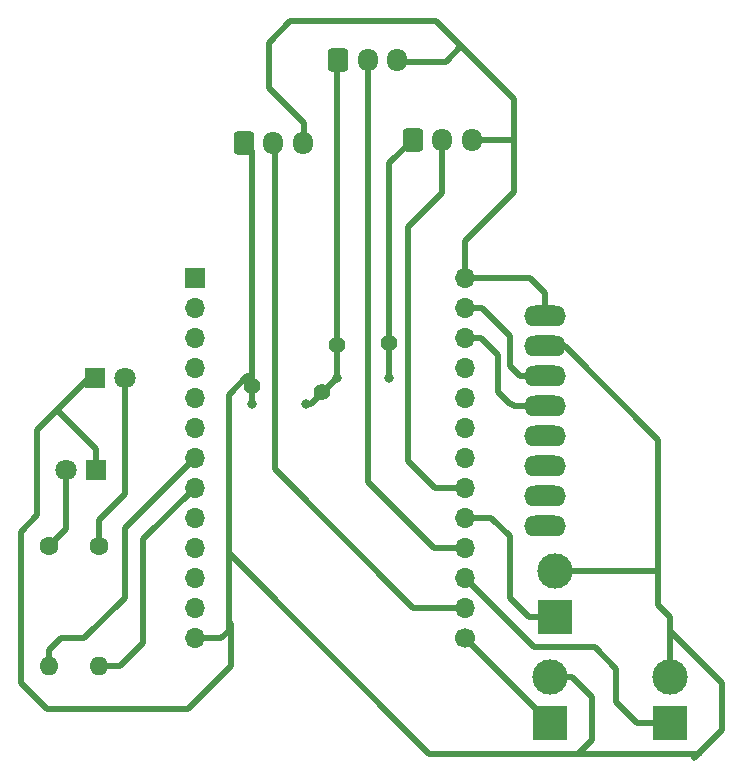
<source format=gbr>
%TF.GenerationSoftware,KiCad,Pcbnew,6.0.11-2627ca5db0~126~ubuntu20.04.1*%
%TF.CreationDate,2024-02-12T23:33:47+01:00*%
%TF.ProjectId,PCB,5043422e-6b69-4636-9164-5f7063625858,rev?*%
%TF.SameCoordinates,Original*%
%TF.FileFunction,Copper,L1,Top*%
%TF.FilePolarity,Positive*%
%FSLAX46Y46*%
G04 Gerber Fmt 4.6, Leading zero omitted, Abs format (unit mm)*
G04 Created by KiCad (PCBNEW 6.0.11-2627ca5db0~126~ubuntu20.04.1) date 2024-02-12 23:33:47*
%MOMM*%
%LPD*%
G01*
G04 APERTURE LIST*
G04 Aperture macros list*
%AMRoundRect*
0 Rectangle with rounded corners*
0 $1 Rounding radius*
0 $2 $3 $4 $5 $6 $7 $8 $9 X,Y pos of 4 corners*
0 Add a 4 corners polygon primitive as box body*
4,1,4,$2,$3,$4,$5,$6,$7,$8,$9,$2,$3,0*
0 Add four circle primitives for the rounded corners*
1,1,$1+$1,$2,$3*
1,1,$1+$1,$4,$5*
1,1,$1+$1,$6,$7*
1,1,$1+$1,$8,$9*
0 Add four rect primitives between the rounded corners*
20,1,$1+$1,$2,$3,$4,$5,0*
20,1,$1+$1,$4,$5,$6,$7,0*
20,1,$1+$1,$6,$7,$8,$9,0*
20,1,$1+$1,$8,$9,$2,$3,0*%
G04 Aperture macros list end*
%TA.AperFunction,ComponentPad*%
%ADD10C,1.600000*%
%TD*%
%TA.AperFunction,ComponentPad*%
%ADD11O,1.600000X1.600000*%
%TD*%
%TA.AperFunction,ComponentPad*%
%ADD12C,1.400000*%
%TD*%
%TA.AperFunction,ComponentPad*%
%ADD13R,1.800000X1.800000*%
%TD*%
%TA.AperFunction,ComponentPad*%
%ADD14C,1.800000*%
%TD*%
%TA.AperFunction,ComponentPad*%
%ADD15RoundRect,0.250000X-0.600000X-0.725000X0.600000X-0.725000X0.600000X0.725000X-0.600000X0.725000X0*%
%TD*%
%TA.AperFunction,ComponentPad*%
%ADD16O,1.700000X1.950000*%
%TD*%
%TA.AperFunction,ComponentPad*%
%ADD17R,3.000000X3.000000*%
%TD*%
%TA.AperFunction,ComponentPad*%
%ADD18C,3.000000*%
%TD*%
%TA.AperFunction,ComponentPad*%
%ADD19O,3.556000X1.778000*%
%TD*%
%TA.AperFunction,ComponentPad*%
%ADD20R,1.700000X1.700000*%
%TD*%
%TA.AperFunction,ComponentPad*%
%ADD21O,1.700000X1.700000*%
%TD*%
%TA.AperFunction,ComponentPad*%
%ADD22C,1.700000*%
%TD*%
%TA.AperFunction,ViaPad*%
%ADD23C,0.800000*%
%TD*%
%TA.AperFunction,Conductor*%
%ADD24C,0.500000*%
%TD*%
G04 APERTURE END LIST*
D10*
%TO.P,R2.2,1*%
%TO.N,Net-(D2-Pad2)*%
X52200000Y-116200000D03*
D11*
%TO.P,R2.2,2*%
%TO.N,Net-(R2.2-Pad2)*%
X52200000Y-126360000D03*
%TD*%
D12*
%TO.P,Jump,1*%
%TO.N,N/C*%
X72400000Y-99200000D03*
%TD*%
%TO.P,Jump,1*%
%TO.N,N/C*%
X71100000Y-103200000D03*
%TD*%
D13*
%TO.P,D2,1,K*%
%TO.N,GND*%
X51860000Y-102000000D03*
D14*
%TO.P,D2,2,A*%
%TO.N,Net-(D2-Pad2)*%
X54400000Y-102000000D03*
%TD*%
D15*
%TO.P,pot2,1,1*%
%TO.N,GND*%
X64500000Y-82100000D03*
D16*
%TO.P,pot2,2,2*%
%TO.N,Net-(RV2-Pad2)*%
X67000000Y-82100000D03*
%TO.P,pot2,3,3*%
%TO.N,VCC*%
X69500000Y-82100000D03*
%TD*%
D17*
%TO.P,SW3,1*%
%TO.N,Net-(SW3-Pad1)*%
X90400000Y-131200000D03*
D18*
%TO.P,SW3,2*%
%TO.N,GND*%
X90400000Y-127320000D03*
%TD*%
D15*
%TO.P,pot3,1,1*%
%TO.N,GND*%
X78800000Y-81800000D03*
D16*
%TO.P,pot3,2,2*%
%TO.N,Net-(RV3-Pad2)*%
X81300000Y-81800000D03*
%TO.P,pot3,3,3*%
%TO.N,VCC*%
X83800000Y-81800000D03*
%TD*%
D15*
%TO.P,pot 1,1,1*%
%TO.N,GND*%
X72500000Y-75100000D03*
D16*
%TO.P,pot 1,2,2*%
%TO.N,Net-(RV1-Pad2)*%
X75000000Y-75100000D03*
%TO.P,pot 1,3,3*%
%TO.N,VCC*%
X77500000Y-75100000D03*
%TD*%
D19*
%TO.P,U2,ADO,ADO*%
%TO.N,unconnected-(U2-PadADO)*%
X90000000Y-112000000D03*
%TO.P,U2,GND,GND*%
%TO.N,GND*%
X90000000Y-99300000D03*
%TO.P,U2,INT,INT*%
%TO.N,unconnected-(U2-PadINT)*%
X90000000Y-114540000D03*
%TO.P,U2,SCL,SCL*%
%TO.N,Net-(U1-Pad25)*%
X90000000Y-101840000D03*
%TO.P,U2,SDA,SDA*%
%TO.N,Net-(U1-Pad24)*%
X90000000Y-104380000D03*
%TO.P,U2,VCC,VCC*%
%TO.N,VCC*%
X90000000Y-96760000D03*
%TO.P,U2,XCL,XCL*%
%TO.N,unconnected-(U2-PadXCL)*%
X90000000Y-109460000D03*
%TO.P,U2,XDA,XDA*%
%TO.N,unconnected-(U2-PadXDA)*%
X90000000Y-106920000D03*
%TD*%
D20*
%TO.P,U1,1,VP*%
%TO.N,unconnected-(U1-Pad1)*%
X60340000Y-93520000D03*
D21*
%TO.P,U1,2,VN*%
%TO.N,unconnected-(U1-Pad2)*%
X60340000Y-96060000D03*
%TO.P,U1,3,EN*%
%TO.N,unconnected-(U1-Pad3)*%
X60340000Y-98600000D03*
%TO.P,U1,4,34*%
%TO.N,unconnected-(U1-Pad4)*%
X60340000Y-101140000D03*
%TO.P,U1,5,35*%
%TO.N,unconnected-(U1-Pad5)*%
X60340000Y-103680000D03*
%TO.P,U1,6,32*%
%TO.N,unconnected-(U1-Pad6)*%
X60340000Y-106220000D03*
%TO.P,U1,7,33*%
%TO.N,Net-(R1.2-Pad2)*%
X60340000Y-108760000D03*
%TO.P,U1,8,25*%
%TO.N,Net-(R2.2-Pad2)*%
X60340000Y-111300000D03*
%TO.P,U1,9,26*%
%TO.N,unconnected-(U1-Pad9)*%
X60340000Y-113840000D03*
%TO.P,U1,10,27*%
%TO.N,unconnected-(U1-Pad10)*%
X60340000Y-116380000D03*
%TO.P,U1,11,14*%
%TO.N,unconnected-(U1-Pad11)*%
X60340000Y-118920000D03*
%TO.P,U1,12,12*%
%TO.N,unconnected-(U1-Pad12)*%
X60340000Y-121460000D03*
%TO.P,U1,13,GND*%
%TO.N,GND*%
X60340000Y-124000000D03*
D22*
%TO.P,U1,14,13*%
%TO.N,Net-(SW3-Pad1)*%
X83200000Y-124000000D03*
D21*
%TO.P,U1,15,15*%
%TO.N,Net-(RV2-Pad2)*%
X83200000Y-121460000D03*
%TO.P,U1,16,2*%
%TO.N,Net-(SW2-Pad1)*%
X83200000Y-118920000D03*
%TO.P,U1,17,0*%
%TO.N,Net-(RV1-Pad2)*%
X83200000Y-116380000D03*
%TO.P,U1,18,4*%
%TO.N,Net-(SW1-Pad1)*%
X83200000Y-113840000D03*
%TO.P,U1,19,16*%
%TO.N,Net-(RV3-Pad2)*%
X83200000Y-111300000D03*
%TO.P,U1,20,17*%
%TO.N,unconnected-(U1-Pad20)*%
X83200000Y-108760000D03*
%TO.P,U1,21,5*%
%TO.N,unconnected-(U1-Pad21)*%
X83200000Y-106220000D03*
%TO.P,U1,22,18*%
%TO.N,unconnected-(U1-Pad22)*%
X83200000Y-103680000D03*
%TO.P,U1,23,23*%
%TO.N,unconnected-(U1-Pad23)*%
X83200000Y-101140000D03*
%TO.P,U1,24,19*%
%TO.N,Net-(U1-Pad24)*%
X83200000Y-98600000D03*
%TO.P,U1,25,22*%
%TO.N,Net-(U1-Pad25)*%
X83200000Y-96060000D03*
%TO.P,U1,26,3v3*%
%TO.N,VCC*%
X83200000Y-93520000D03*
%TD*%
D13*
%TO.P,D1,1,K*%
%TO.N,GND*%
X52000000Y-109800000D03*
D14*
%TO.P,D1,2,A*%
%TO.N,Net-(D1-Pad2)*%
X49460000Y-109800000D03*
%TD*%
D12*
%TO.P,Jump,1*%
%TO.N,N/C*%
X65200000Y-102700000D03*
%TD*%
D10*
%TO.P,R1.2,1*%
%TO.N,Net-(D1-Pad2)*%
X48000000Y-116200000D03*
D11*
%TO.P,R1.2,2*%
%TO.N,Net-(R1.2-Pad2)*%
X48000000Y-126360000D03*
%TD*%
D17*
%TO.P,SW1,1*%
%TO.N,Net-(SW1-Pad1)*%
X90800000Y-122200000D03*
D18*
%TO.P,SW1,2*%
%TO.N,GND*%
X90800000Y-118320000D03*
%TD*%
D12*
%TO.P,Jump,1*%
%TO.N,N/C*%
X76800000Y-99000000D03*
%TD*%
D17*
%TO.P,SW2,1*%
%TO.N,Net-(SW2-Pad1)*%
X100600000Y-131200000D03*
D18*
%TO.P,SW2,2*%
%TO.N,GND*%
X100600000Y-127320000D03*
%TD*%
D23*
%TO.N,GND*%
X65200000Y-104200000D03*
X69800000Y-104200000D03*
X76800000Y-102000000D03*
X72400000Y-102000000D03*
%TD*%
D24*
%TO.N,Net-(R1.2-Pad2)*%
X54400000Y-114700000D02*
X54400000Y-120600000D01*
X48000000Y-125000000D02*
X48000000Y-126360000D01*
X51000000Y-124000000D02*
X49000000Y-124000000D01*
X60340000Y-108760000D02*
X54400000Y-114700000D01*
X49000000Y-124000000D02*
X48000000Y-125000000D01*
X54400000Y-120600000D02*
X51000000Y-124000000D01*
%TO.N,Net-(R2.2-Pad2)*%
X53960000Y-126360000D02*
X52200000Y-126360000D01*
X60340000Y-111300000D02*
X56000000Y-115640000D01*
X54000000Y-126400000D02*
X53960000Y-126360000D01*
X56000000Y-115640000D02*
X56000000Y-124400000D01*
X56000000Y-124400000D02*
X54000000Y-126400000D01*
%TO.N,GND*%
X92800000Y-133800000D02*
X80200000Y-133800000D01*
X100600000Y-127320000D02*
X100600000Y-123400000D01*
X92320000Y-127320000D02*
X94000000Y-129000000D01*
X65200000Y-101800000D02*
X64800000Y-101800000D01*
X92800000Y-133800000D02*
X103000000Y-133800000D01*
X63400000Y-126400000D02*
X63400000Y-122800000D01*
X105000000Y-131600000D02*
X105000000Y-131800000D01*
X94000000Y-132600000D02*
X92800000Y-133800000D01*
X52000000Y-108000000D02*
X52000000Y-109800000D01*
X47800000Y-130000000D02*
X59800000Y-130000000D01*
X63200000Y-122600000D02*
X63200000Y-123400000D01*
X100600000Y-123400000D02*
X105000000Y-127800000D01*
X72500000Y-75100000D02*
X72400000Y-75200000D01*
X100600000Y-123400000D02*
X100600000Y-122200000D01*
X99600000Y-118200000D02*
X99600000Y-121200000D01*
X59800000Y-130000000D02*
X63400000Y-126400000D01*
X72400000Y-75200000D02*
X72400000Y-102000000D01*
X65200000Y-101800000D02*
X65200000Y-104200000D01*
X76800000Y-83800000D02*
X76800000Y-102000000D01*
X103000000Y-133800000D02*
X103200000Y-133600000D01*
X64500000Y-82100000D02*
X65200000Y-82800000D01*
X48700000Y-104700000D02*
X52000000Y-108000000D01*
X72400000Y-102000000D02*
X70200000Y-104200000D01*
X80200000Y-133800000D02*
X63200000Y-116800000D01*
X99600000Y-107200000D02*
X99600000Y-118200000D01*
X65200000Y-82800000D02*
X65200000Y-101800000D01*
X70200000Y-104200000D02*
X69800000Y-104200000D01*
X90000000Y-99300000D02*
X91700000Y-99300000D01*
X48700000Y-104700000D02*
X47000000Y-106400000D01*
X78800000Y-81800000D02*
X76800000Y-83800000D01*
X99480000Y-118320000D02*
X99600000Y-118200000D01*
X63200000Y-123400000D02*
X62600000Y-124000000D01*
X90800000Y-118320000D02*
X99480000Y-118320000D01*
X51400000Y-102000000D02*
X48700000Y-104700000D01*
X105000000Y-131800000D02*
X103200000Y-133600000D01*
X94000000Y-129000000D02*
X94000000Y-132600000D01*
X62600000Y-124000000D02*
X60340000Y-124000000D01*
X103200000Y-133600000D02*
X102600000Y-134200000D01*
X63200000Y-116800000D02*
X63200000Y-122600000D01*
X51860000Y-102000000D02*
X51400000Y-102000000D01*
X64800000Y-101800000D02*
X63200000Y-103400000D01*
X45600000Y-115000000D02*
X45600000Y-127800000D01*
X90400000Y-127320000D02*
X92320000Y-127320000D01*
X100600000Y-122200000D02*
X99600000Y-121200000D01*
X47000000Y-106400000D02*
X47000000Y-113600000D01*
X47000000Y-113600000D02*
X45600000Y-115000000D01*
X105000000Y-127800000D02*
X105000000Y-131600000D01*
X91700000Y-99300000D02*
X99600000Y-107200000D01*
X45600000Y-127800000D02*
X47800000Y-130000000D01*
X63200000Y-103400000D02*
X63200000Y-116800000D01*
X63400000Y-122800000D02*
X63200000Y-122600000D01*
%TO.N,Net-(U1-Pad24)*%
X87000000Y-104200000D02*
X87200000Y-104200000D01*
X86000000Y-100000000D02*
X86000000Y-103200000D01*
X84600000Y-98600000D02*
X86000000Y-100000000D01*
X87380000Y-104380000D02*
X90000000Y-104380000D01*
X83200000Y-98600000D02*
X84600000Y-98600000D01*
X87200000Y-104200000D02*
X87380000Y-104380000D01*
X86000000Y-103200000D02*
X87000000Y-104200000D01*
%TO.N,Net-(U1-Pad25)*%
X87840000Y-101840000D02*
X90000000Y-101840000D01*
X87000000Y-101000000D02*
X87840000Y-101840000D01*
X83200000Y-96060000D02*
X84660000Y-96060000D01*
X87000000Y-98400000D02*
X87000000Y-101000000D01*
X84660000Y-96060000D02*
X87000000Y-98400000D01*
%TO.N,VCC*%
X88720000Y-93520000D02*
X90000000Y-94800000D01*
X87200000Y-81800000D02*
X87400000Y-81600000D01*
X83200000Y-93520000D02*
X88720000Y-93520000D01*
X80800000Y-71800000D02*
X68400000Y-71800000D01*
X87400000Y-86200000D02*
X87400000Y-81600000D01*
X82900000Y-73900000D02*
X80800000Y-71800000D01*
X83200000Y-93520000D02*
X83200000Y-90400000D01*
X68400000Y-71800000D02*
X66600000Y-73600000D01*
X66600000Y-73600000D02*
X66600000Y-77400000D01*
X69600000Y-80400000D02*
X69600000Y-82000000D01*
X87400000Y-81600000D02*
X87400000Y-78400000D01*
X81600000Y-75200000D02*
X82900000Y-73900000D01*
X87400000Y-78400000D02*
X82900000Y-73900000D01*
X66600000Y-77400000D02*
X69600000Y-80400000D01*
X83200000Y-90400000D02*
X87400000Y-86200000D01*
X83900000Y-81800000D02*
X87200000Y-81800000D01*
X77000000Y-75200000D02*
X81600000Y-75200000D01*
X90000000Y-94800000D02*
X90000000Y-96760000D01*
%TO.N,Net-(D2-Pad2)*%
X54400000Y-111800000D02*
X52200000Y-114000000D01*
X52200000Y-114000000D02*
X52200000Y-116200000D01*
X54400000Y-102000000D02*
X54400000Y-111800000D01*
%TO.N,Net-(D1-Pad2)*%
X49460000Y-109800000D02*
X49460000Y-114740000D01*
X49460000Y-114740000D02*
X48000000Y-116200000D01*
%TO.N,Net-(SW3-Pad1)*%
X83200000Y-124000000D02*
X90400000Y-131200000D01*
%TO.N,Net-(RV2-Pad2)*%
X67100000Y-109700000D02*
X78860000Y-121460000D01*
X67100000Y-82000000D02*
X67100000Y-109700000D01*
X78860000Y-121460000D02*
X83200000Y-121460000D01*
%TO.N,Net-(SW2-Pad1)*%
X96000000Y-126600000D02*
X96000000Y-129400000D01*
X94200000Y-124800000D02*
X96000000Y-126600000D01*
X96000000Y-129400000D02*
X97800000Y-131200000D01*
X89080000Y-124800000D02*
X94200000Y-124800000D01*
X83200000Y-118920000D02*
X89080000Y-124800000D01*
X97800000Y-131200000D02*
X100600000Y-131200000D01*
%TO.N,Net-(RV1-Pad2)*%
X80620000Y-116380000D02*
X83200000Y-116380000D01*
X75000000Y-110800000D02*
X80600000Y-116400000D01*
X75000000Y-75100000D02*
X75000000Y-110800000D01*
X80600000Y-116400000D02*
X80620000Y-116380000D01*
%TO.N,Net-(SW1-Pad1)*%
X88600000Y-122200000D02*
X90800000Y-122200000D01*
X87000000Y-120600000D02*
X88600000Y-122200000D01*
X83200000Y-113840000D02*
X85440000Y-113840000D01*
X87000000Y-115400000D02*
X87000000Y-120600000D01*
X85440000Y-113840000D02*
X87000000Y-115400000D01*
%TO.N,Net-(RV3-Pad2)*%
X78400000Y-89200000D02*
X78400000Y-109000000D01*
X80700000Y-111300000D02*
X83200000Y-111300000D01*
X81300000Y-81800000D02*
X81300000Y-86300000D01*
X81300000Y-86300000D02*
X78400000Y-89200000D01*
X78400000Y-109000000D02*
X80700000Y-111300000D01*
%TD*%
M02*

</source>
